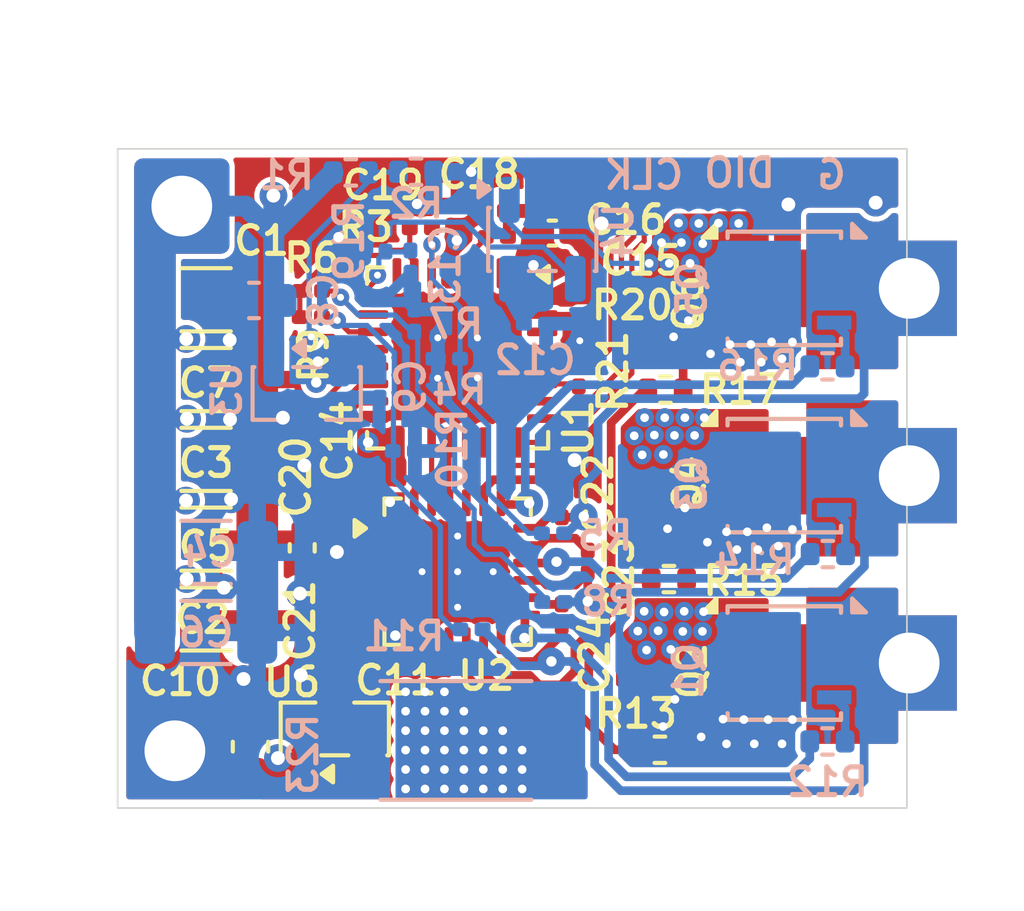
<source format=kicad_pcb>
(kicad_pcb (version 20241229) (generator "pcbnew") (generator_version "9.0")
  (layers (0 "F.Cu" signal) (4 "In1.Cu" signal) (6 "In2.Cu" signal) (2 "B.Cu" signal) (13 "F.Paste" user) (15 "B.Paste" user) (5 "F.SilkS" user "F.Silkscreen") (7 "B.SilkS" user "B.Silkscreen") (1 "F.Mask" user) (3 "B.Mask" user) (25 "Edge.Cuts" user))
  (net 0 "")
  (net 1 "GND")
  (net 2 "+BATT")
  (net 12 "+3.3V")
  (net 13 "+5V")
  (net 14 "/MOTORA")
  (net 15 "/MOSFET_SOURCE")
  (net 16 "/MOTORB")
  (net 17 "/GHB_R")
  (net 18 "/GHC_R")
  (net 19 "/MOTORC")
  (net 20 "/VOLTSENSE")
  (net 21 "/BEMF_COMMON")
  (net 22 "/BEMFA")
  (net 23 "/BEMFB")
  (net 24 "/BEMFC")
  (net 25 "/GHA")
  (net 26 "/GLA")
  (net 27 "/GHB")
  (net 28 "/GLB")
  (net 29 "/GHC")
  (net 30 "/GLC")
  (net 31 "/CURRENT")
  (net 32 "Net-(U1-NRST)")
  (net 33 "Net-(R19-Pad1)")
  (net 34 "/BOOT0")
  (net 35 "/BLOW")
  (net 36 "/ALOW")
  (net 37 "Net-(U1-PB4)")
  (net 38 "/SIGNAL_INPUT")
  (net 39 "/CHIGH")
  (net 40 "/TELEMETRY")
  (net 41 "/SWCLK")
  (net 42 "/CLOW")
  (net 43 "/AHIGH")
  (net 44 "/BHIGH")
  (net 45 "/SWDIO")
  (net 46 "/TELEMETRX")
  (net 47 "/BOOSTA")
  (net 48 "/BOOSTB")
  (net 49 "/BOOSTC")
  (net 50 "/GHA_R")
  (net 51 "/GLC_R")
  (net 52 "/GLB_R")
  (net 53 "/GLA_R")
  (footprint "Resistor_SMD:R_0402_1005Metric" (layer "F.Cu") (at 122.38 165.17)
    (property "Reference" "R13")
    (property "Value" "20")
  )
  (footprint "Capacitor_SMD:C_0201_0603Metric" (layer "F.Cu") (at 120.3 159.75 90)
    (property "Reference" "C23")
    (property "Value" "1u")
  )
  (footprint "Capacitor_SMD:C_0201_0603Metric" (layer "F.Cu") (at 112.9 160.6 90)
    (property "Reference" "C21")
    (property "Value" "100n")
  )
  (footprint "Connector_Wire:SolderWirePad_1x01_SMD_1x2mm" (layer "F.Cu") (at 119.6 148.6 90)
    (property "Reference" "J1" (hide yes))
    (property "Value" "Conn_01x01_Pin")
  )
  (footprint "Package_SO:Vishay_PowerPAK_1212-8_Single" (layer "F.Cu") (at 125.965 162.67)
    (property "Reference" "Q2")
    (property "Value" "SQS140ELNW-T1_GE3")
  )
  (footprint "Resistor_SMD:R_0201_0603Metric" (layer "F.Cu") (at 115.49 150.14)
    (property "Reference" "R3")
    (property "Value" "10K")
  )
  (footprint "Capacitor_SMD:C_0201_0603Metric" (layer "F.Cu") (at 116.55 149.78 -90)
    (property "Reference" "C19")
    (property "Value" "10n")
  )
  (footprint "Resistor_SMD:R_0402_1005Metric" (layer "F.Cu") (at 122.64 160.25)
    (property "Reference" "R15")
    (property "Value" "20")
  )
  (footprint "Custom:QFN-32-1EP_5x5mm_P0.5mm_EP3.45x3.45mm-Custom" (layer "F.Cu") (at 116.55 153.875 -90)
    (property "Reference" "U1")
    (property "Value" "STM32F051K8Ux")
  )
  (footprint "Capacitor_SMD:C_1206_3216Metric" (layer "F.Cu") (at 109.3 156.8)
    (property "Reference" "C3")
    (property "Value" "47uF25V")
  )
  (footprint "Capacitor_SMD:C_0201_0603Metric" (layer "F.Cu") (at 117.625 149.64)
    (property "Reference" "C18")
    (property "Value" "1u")
  )
  (footprint "Package_TO_SOT_SMD:SOT-23" (layer "F.Cu") (at 113.01 164.57 90)
    (property "Reference" "U6")
    (property "Value" "AP7381-50SA-7")
  )
  (footprint "Custom:EscBatteryConnector" (layer "F.Cu") (at 108.4 165.2)
    (property "Reference" "J6" (hide yes))
    (property "Value" "Conn_01x01_Pin")
  )
  (footprint "Capacitor_SMD:C_1206_3216Metric" (layer "F.Cu") (at 109.3 159.1)
    (property "Reference" "C5")
    (property "Value" "47uF25V")
  )
  (footprint "Connector_Wire:SolderWirePad_1x01_SMD_1x2mm" (layer "F.Cu") (at 122.2 148.6 90)
    (property "Reference" "J3" (hide yes))
    (property "Value" "Conn_01x01_Pin")
  )
  (footprint "Capacitor_SMD:C_0201_0603Metric" (layer "F.Cu") (at 113.59 162.28 180)
    (property "Reference" "C11")
    (property "Value" "1u")
  )
  (footprint "Capacitor_SMD:C_0201_0603Metric" (layer "F.Cu") (at 119.55 158.15 90)
    (property "Reference" "C22")
    (property "Value" "1u")
  )
  (footprint "Resistor_SMD:R_0201_0603Metric" (layer "F.Cu") (at 120.13747 152.391177 -90)
    (property "Reference" "R20")
    (property "Value" "10K")
  )
  (footprint "Resistor_SMD:R_0201_0603Metric" (layer "F.Cu") (at 112.32 152.7)
    (property "Reference" "R9")
    (property "Value" "10K")
  )
  (footprint "Resistor_SMD:R_0201_0603Metric" (layer "F.Cu") (at 120.040521 154.378794 -90)
    (property "Reference" "R21")
    (property "Value" "1K")
  )
  (footprint "Resistor_SMD:R_0201_0603Metric" (layer "F.Cu") (at 112.323826 151.945209)
    (property "Reference" "R6")
    (property "Value" "10K")
  )
  (footprint "Package_SO:Vishay_PowerPAK_1212-8_Single" (layer "F.Cu") (at 125.965 157.27)
    (property "Reference" "Q4")
    (property "Value" "SQS140ELNW-T1_GE3")
  )
  (footprint "Connector_Wire:SolderWirePad_1x01_SMD_1x2mm" (layer "F.Cu") (at 124.8 148.6 90)
    (property "Reference" "J2" (hide yes))
    (property "Value" "Conn_01x01_Pin")
  )
  (footprint "Capacitor_SMD:C_0603_1608Metric" (layer "F.Cu") (at 110.58 165.08 90)
    (property "Reference" "C10")
    (property "Value" "1uF25V")
  )
  (footprint "Custom:VQFN-24-1EP_4x4mm_P0.5mm_EP2.45x2.45mm_ThermalVias-Custom" (layer "F.Cu") (at 116.55 160.0375)
    (property "Reference" "U2")
    (property "Value" "DRV8300DRGE")
  )
  (footprint "Capacitor_SMD:C_0201_0603Metric" (layer "F.Cu") (at 114.205 157.375)
    (property "Reference" "C14")
    (property "Value" "100n")
  )
  (footprint "Resistor_SMD:R_0402_1005Metric" (layer "F.Cu") (at 122.54 154.79)
    (property "Reference" "R17")
    (property "Value" "20")
  )
  (footprint "Package_SO:Vishay_PowerPAK_1212-8_Single" (layer "F.Cu") (at 125.965 151.87)
    (property "Reference" "Q6")
    (property "Value" "SQS140ELNW-T1_GE3")
  )
  (footprint "Capacitor_SMD:C_1206_3216Metric" (layer "F.Cu") (at 109.3 152.2)
    (property "Reference" "C1")
    (property "Value" "47uF25V")
  )
  (footprint "Capacitor_SMD:C_0201_0603Metric" (layer "F.Cu") (at 117.68 150.39)
    (property "Reference" "C17" (hide yes))
    (property "Value" "100n")
  )
  (footprint "Capacitor_SMD:C_1206_3216Metric" (layer "F.Cu") (at 109.3 161.4)
    (property "Reference" "C2")
    (property "Value" "47uF25V")
  )
  (footprint "Connector_Wire:SolderWirePad_1x01_SMD_1x2mm" (layer "F.Cu") (at 127.34 148.62 90)
    (property "Reference" "J4" (hide yes))
    (property "Value" "Conn_01x01_Pin")
  )
  (footprint "Capacitor_SMD:C_0201_0603Metric" (layer "F.Cu") (at 119.992362 151.081309 180)
    (property "Reference" "C15")
    (property "Value" "100n")
  )
  (footprint "Capacitor_SMD:C_0402_1005Metric" (layer "F.Cu") (at 112.07 159.35 -90)
    (property "Reference" "C20")
    (property "Value" "10u")
  )
  (footprint "Capacitor_SMD:C_0201_0603Metric" (layer "F.Cu") (at 119.55 161.3 90)
    (property "Reference" "C24")
    (property "Value" "1u")
  )
  (footprint "Capacitor_SMD:C_0402_1005Metric" (layer "F.Cu") (at 119.280165 150.278087 180)
    (property "Reference" "C16")
    (property "Value" "10u")
  )
  (footprint "Capacitor_SMD:C_1206_3216Metric" (layer "F.Cu") (at 109.3 154.5)
    (property "Reference" "C7")
    (property "Value" "47uF25V")
  )
  (footprint "Custom:EscMotorConnector" (layer "F.Cu") (at 129.565 162.67 90)
    (property "Reference" "J10" (hide yes))
    (property "Value" "Conn_01x03_Pin")
  )
  (footprint "Resistor_SMD:R_2512_6332Metric" (layer "B.Cu") (at 116.5 164.9 180)
    (property "Reference" "R23")
    (property "Value" "0.001")
  )
  (footprint "Resistor_SMD:R_0201_0603Metric" (layer "B.Cu") (at 119.3 158.93)
    (property "Reference" "R5")
    (property "Value" "10K")
  )
  (footprint "Resistor_SMD:R_0402_1005Metric" (layer "B.Cu") (at 115.35 148.51)
    (property "Reference" "R2")
    (property "Value" "10K")
  )
  (footprint "Resistor_SMD:R_0201_0603Metric" (layer "B.Cu") (at 119.31 160.91)
    (property "Reference" "R8")
    (property "Value" "10K")
  )
  (footprint "Resistor_SMD:R_0402_1005Metric" (layer "B.Cu") (at 127.21 164.93)
    (property "Reference" "R12")
    (property "Value" "20")
  )
  (footprint "Capacitor_SMD:C_1206_3216Metric" (layer "B.Cu") (at 109.3 159.48)
    (property "Reference" "C4")
    (property "Value" "47uF25V")
  )
  (footprint "Capacitor_SMD:C_0201_0603Metric" (layer "B.Cu") (at 118.78 152.89)
    (property "Reference" "C12")
    (property "Value" "100n")
  )
  (footprint "Resistor_SMD:R_0402_1005Metric" (layer "B.Cu") (at 113.47 148.53)
    (property "Reference" "R1")
    (property "Value" "100K")
  )
  (footprint "Package_SO:Vishay_PowerPAK_1212-8_Single" (layer "B.Cu") (at 125.965 162.67 180)
    (property "Reference" "Q1")
    (property "Value" "SQS140ELNW-T1_GE3")
  )
  (footprint "Package_TO_SOT_SMD:SOT-23-5" (layer "B.Cu") (at 118.99 150.46 -90)
    (property "Reference" "U4")
    (property "Value" "INA180B1")
  )
  (footprint "Resistor_SMD:R_0201_0603Metric" (layer "B.Cu") (at 116.95 161.7)
    (property "Reference" "R11")
    (property "Value" "10K")
  )
  (footprint "Resistor_SMD:R_0201_0603Metric" (layer "B.Cu") (at 116.3 153.9 180)
    (property "Reference" "R4")
    (property "Value" "1K")
  )
  (footprint "Capacitor_SMD:C_0603_1608Metric" (layer "B.Cu") (at 110.68 152.22 180)
    (property "Reference" "C8")
    (property "Value" "1uF25V")
  )
  (footprint "Resistor_SMD:R_0201_0603Metric" (layer "B.Cu") (at 115.3 152.8 90)
    (property "Reference" "R7")
    (property "Value" "1K")
  )
  (footprint "Resistor_SMD:R_0201_0603Metric" (layer "B.Cu") (at 115 156.56)
    (property "Reference" "R10")
    (property "Value" "1K")
  )
  (footprint "Package_TO_SOT_SMD:SOT-23" (layer "B.Cu") (at 112.2 154.9 -90)
    (property "Reference" "U3")
    (property "Value" "AP7381-33SA-7")
  )
  (footprint "Capacitor_SMD:C_0201_0603Metric" (layer "B.Cu") (at 115.19 151.1 90)
    (property "Reference" "C13")
    (property "Value" "100n")
  )
  (footprint "Package_SO:Vishay_PowerPAK_1212-8_Single" (layer "B.Cu") (at 125.965 157.27 180)
    (property "Reference" "Q3")
    (property "Value" "SQS140ELNW-T1_GE3")
  )
  (footprint "Capacitor_SMD:C_1206_3216Metric" (layer "B.Cu") (at 109.3 161.79)
    (property "Reference" "C6")
    (property "Value" "47uF25V")
  )
  (footprint "Resistor_SMD:R_0402_1005Metric" (layer "B.Cu") (at 127.22 159.53)
    (property "Reference" "R14")
    (property "Value" "20")
  )
  (footprint "Package_SO:Vishay_PowerPAK_1212-8_Single" (layer "B.Cu") (at 125.965 151.87 180)
    (property "Reference" "Q5")
    (property "Value" "SQS140ELNW-T1_GE3")
  )
  (footprint "Resistor_SMD:R_0402_1005Metric" (layer "B.Cu") (at 127.21 154.12)
    (property "Reference" "R16")
    (property "Value" "20")
  )
  (footprint "Capacitor_SMD:C_0201_0603Metric" (layer "B.Cu") (at 114.3 154.7 -90)
    (property "Reference" "C9")
    (property "Value" "1u")
  )
  (footprint "Custom:EscBatteryConnector" (layer "B.Cu") (at 108.6 149.5)
    (property "Reference" "J5" (hide yes))
    (property "Value" "Conn_01x01_Pin")
  )
  (footprint "Resistor_SMD:R_0201_0603Metric" (layer "B.Cu") (at 114.47 150.49 -90)
    (property "Reference" "R19")
    (property "Value" "1K")
  )
  (gr_rect (start 106.75 147.85) (end 129.5 166.85) (stroke (width 0.05)) (fill no) (layer "Edge.Cuts"))
  (gr_text "G" (at 127.826461 149.061265 0) (layer "B.SilkS") (effects (font (size 0.8 0.8)) (justify left bottom mirror)))
  (gr_text "CLK" (at 123.142544 149.068277 0) (layer "B.SilkS") (effects (font (size 0.8 0.8)) (justify left bottom mirror)))
  (gr_text "DIO" (at 125.786012 149.012182 0) (layer "B.SilkS") (effects (font (size 0.8 0.8)) (justify left bottom mirror)))
  (segment (start 113.885 157.375) (end 113.885 157.499516) (width 0.25) (layer "F.Cu") (net 1))
  (segment (start 126.507432 149.452568) (end 127.34 148.62) (width 0.25) (layer "F.Cu") (net 1))
  (segment (start 117.98 150.42) (end 117.98 149.675) (width 0.25) (layer "F.Cu") (net 1))
  (segment (start 113.885 157.499516) (end 114.410484 158.025) (width 0.25) (layer "F.Cu") (net 1))
  (segment (start 126.082575 149.452568) (end 126.507432 149.452568) (width 0.25) (layer "F.Cu") (net 1))
  (segment (start 114.410484 158.025) (end 114.596389 158.025) (width 0.25) (layer "F.Cu") (net 1))
  (segment (start 110.775 161.4) (end 110.775 152.2) (width 1.2) (layer "F.Cu") (net 1))
  (segment (start 117.98 149.675) (end 117.945 149.64) (width 0.25) (layer "F.Cu") (net 1))
  (via (at 110.38 163.13) (size 0.8) (drill 0.4) (layers "F.Cu" "B.Cu") (net 1))
  (via (at 112.13141 156.975672) (size 0.8) (drill 0.4) (layers "F.Cu" "B.Cu") (net 1))
  (via (at 109.81 160.5) (size 0.8) (drill 0.4) (layers "F.Cu" "B.Cu") (net 1))
  (via (at 128.6 149.4) (size 0.8) (drill 0.4) (layers "F.Cu" "B.Cu") (net 1))
  (via (at 114.75436 161.879518) (size 0.6) (drill 0.3) (layers "F.Cu" "B.Cu") (net 1))
  (via (at 115.97823 153.296466) (size 0.5) (drill 0.2) (layers "F.Cu" "B.Cu") (net 1))
  (via (at 126.082575 149.452568) (size 0.8) (drill 0.4) (layers "F.Cu" "B.Cu") (net 1))
  (via (at 115.974189 154.460155) (size 0.5) (drill 0.2) (layers "F.Cu" "B.Cu") (net 1))
  (via (at 115.38 149.437768) (size 0.6) (drill 0.3) (layers "F.Cu" "B.Cu") (net 1))
  (via (at 113.116232 150.396232) (size 0.6) (drill 0.3) (layers "F.Cu" "B.Cu") (net 1))
  (via (at 113.07 159.47) (size 0.8) (drill 0.4) (layers "F.Cu" "B.Cu") (net 1))
  (via (at 117.121715 153.300507) (size 0.5) (drill 0.2) (layers "F.Cu" "B.Cu") (net 1))
  (via (at 119.922147 156.822147) (size 0.8) (drill 0.4) (layers "F.Cu" "B.Cu") (net 1))
  (via (at 111.513732 155.599911) (size 0.8) (drill 0.4) (layers "F.Cu" "B.Cu") (net 1))
  (via (at 109.98 153.36) (size 0.8) (drill 0.4) (layers "F.Cu" "B.Cu") (net 1))
  (via (at 114.596389 158.025) (size 0.6) (drill 0.3) (layers "F.Cu" "B.Cu") (net 1))
  (via (at 110.02 157.95) (size 0.8) (drill 0.4) (layers "F.Cu" "B.Cu") (net 1))
  (via (at 112.004045 160.668203) (size 0.8) (drill 0.4) (layers "F.Cu" "B.Cu") (net 1))
  (via (at 116.94 148.51) (size 0.6) (drill 0.3) (layers "F.Cu" "B.Cu") (net 1))
  (via (at 120.071342 153.381319) (size 0.5) (drill 0.2) (layers "F.Cu" "B.Cu") (net 1))
  (via (at 109.99 155.65) (size 0.8) (drill 0.4) (layers "F.Cu" "B.Cu") (net 1))
  (via (at 120.7 150) (size 0.8) (drill 0.4) (layers "F.Cu" "B.Cu") (net 1))
  (via (at 117.121715 154.452073) (size 0.5) (drill 0.2) (layers "F.Cu" "B.Cu") (net 1))
  (via (at 112.03 163.02) (size 0.8) (drill 0.4) (layers "F.Cu" "B.Cu") (net 1))
  (segment (start 114.346 152.264) (end 115.19 151.42) (width 0.3) (layer "B.Cu") (net 1))
  (segment (start 120.7 150) (end 120.7 148.9) (width 0.25) (layer "B.Cu") (net 1))
  (segment (start 116.94 148.51) (end 115.86 148.51) (width 0.25) (layer "B.Cu") (net 1))
  (segment (start 120.7 148.9) (end 120.184 148.384) (width 0.25) (layer "B.Cu") (net 1))
  (segment (start 120.184 148.384) (end 117.066 148.384) (width 0.25) (layer "B.Cu") (net 1))
  (segment (start 110.775 161.79) (end 110.775 159.48) (width 1.2) (layer "B.Cu") (net 1))
  (segment (start 113.116232 151.290388) (end 114.089844 152.264) (width 0.3) (layer "B.Cu") (net 1))
  (segment (start 113.116232 150.396232) (end 113.116232 151.290388) (width 0.3) (layer "B.Cu") (net 1))
  (segment (start 114.089844 152.264) (end 114.346 152.264) (width 0.3) (layer "B.Cu") (net 1))
  (segment (start 115.084 152.264) (end 115.3 152.48) (width 0.3) (layer "B.Cu") (net 1))
  (segment (start 117.066 148.384) (end 116.94 148.51) (width 0.25) (layer "B.Cu") (net 1))
  (segment (start 114.089844 152.264) (end 115.084 152.264) (width 0.3) (layer "B.Cu") (net 1))
  (segment (start 111.7125 165.855) (end 112.06 165.5075) (width 0.5) (layer "F.Cu") (net 2))
  (segment (start 111.4675 165.5075) (end 112.06 165.5075) (width 0.5) (layer "F.Cu") (net 2))
  (segment (start 111.37 165.41) (end 111.4675 165.5075) (width 0.5) (layer "F.Cu") (net 2))
  (segment (start 110.58 165.855) (end 111.7125 165.855) (width 0.5) (layer "F.Cu") (net 2))
  (segment (start 107.825 150.275) (end 108.6 149.5) (width 1) (layer "F.Cu") (net 2))
  (segment (start 107.825 161.4) (end 107.825 150.275) (width 1.2) (layer "F.Cu") (net 2))
  (via (at 123.1 158.2) (size 0.55) (drill 0.25) (layers "F.Cu" "B.Cu") (net 2))
  (via (at 124.7 154) (size 0.55) (drill 0.25) (layers "F.Cu" "B.Cu") (net 2))
  (via (at 125.598091 153.412967) (size 0.55) (drill 0.25) (layers "F.Cu" "B.Cu") (net 2))
  (via (at 123.839664 153.758154) (size 0.55) (drill 0.25) (layers "F.Cu" "B.Cu") (net 2))
  (via (at 122.47 164.5) (size 0.55) (drill 0.25) (layers "F.Cu" "B.Cu") (net 2))
  (via (at 126.2 158.8175) (size 0.55) (drill 0.25) (layers "F.Cu" "B.Cu") (net 2))
  (via (at 108.74 160.25) (size 0.8) (drill 0.4) (layers "F.Cu" "B.Cu") (net 2))
  (via (at 122.774737 153.267445) (size 0.55) (drill 0.25) (layers "F.Cu" "B.Cu") (net 2))
  (via (at 111.24 149.2) (size 0.8) (drill 0.4) (layers "F.Cu" "B.Cu") (net 2))
  (via (at 125.1 165) (size 0.55) (drill 0.25) (layers "F.Cu" "B.Cu") (net 2))
  (via (at 125.9 165) (size 0.55) (drill 0.25) (layers "F.Cu" "B.Cu") (net 2))
  (via (at 124.8 164.3) (size 0.55) (drill 0.25) (layers "F.Cu" "B.Cu") (net 2))
  (via (at 124.6 159.4) (size 0.55) (drill 0.25) (layers "F.Cu" "B.Cu") (net 2))
  (via (at 123.749542 159.188276) (size 0.55) (drill 0.25) (layers "F.Cu" "B.Cu") (net 2))
  (via (at 125.3 154) (size 0.55) (drill 0.25) (layers "F.Cu" "B.Cu") (net 2))
  (via (at 111.37 165.41) (size 0.8) (drill 0.4) (layers "F.Cu" "B.Cu") (net 2))
  (via (at 126.2 164.3) (size 0.55) (drill 0.25) (layers "F.Cu" "B.Cu") (net 2))
  (via (at 123.57 164.8) (size 0.55) (drill 0.25) (layers "F.Cu" "B.Cu") (net 2))
  (via (at 125.8 159.3) (size 0.55) (drill 0.25) (layers "F.Cu" "B.Cu") (net 2))
  (via (at 125.5 164.3) (size 0.55) (drill 0.25) (layers "F.Cu" "B.Cu") (net 2))
  (via (at 125 153.487502) (size 0.55) (drill 0.25) (layers "F.Cu" "B.Cu") (net 2))
  (via (at 123.2 152.8) (size 0.55) (drill 0.25) (layers "F.Cu" "B.Cu") (net 2))
  (via (at 108.75 155.63) (size 0.8) (drill 0.4) (layers "F.Cu" "B.Cu") (net 2))
  (via (at 125.2 159.4) (size 0.55) (drill 0.25) (layers "F.Cu" "B.Cu") (net 2))
  (via (at 122.813057 163.719125) (size 0.55) (drill 0.25) (layers "F.Cu" "B.Cu") (net 2))
  (via (at 125.9 153.9) (size 0.55) (drill 0.25) (layers "F.Cu" "B.Cu") (net 2))
  (via (at 124.2 164.287502) (size 0.55) (drill 0.25) (layers "F.Cu" "B.Cu") (net 2))
  (via (at 125.463685 158.769799) (size 0.55) (drill 0.25) (layers "F.Cu" "B.Cu") (net 2))
  (via (at 124.3 165) (size 0.55) (drill 0.25) (layers "F.Cu" "B.Cu") (net 2))
  (via (at 124.9 158.887502) (size 0.55) (drill 0.25) (layers "F.Cu" "B.Cu") (net 2))
  (via (at 126.2 153.4175) (size 0.55) (drill 0.25) (layers "F.Cu" "B.Cu") (net 2))
  (via (at 108.73 153.33) (size 0.8) (drill 0.4) (layers "F.Cu" "B.Cu") (net 2))
  (via (at 122.6 158.8) (size 0.55) (drill 0.25) (layers "F.Cu" "B.Cu") (net 2))
  (via (at 124.3 158.887502) (size 0.55) (drill 0.25) (layers "F.Cu" "B.Cu") (net 2))
  (via (at 124.4 153.487502) (size 0.55) (drill 0.25) (layers "F.Cu" "B.Cu") (net 2))
  (via (at 108.72 157.99) (size 0.8) (drill 0.4) (layers "F.Cu" "B.Cu") (net 2))
  (segment (start 111.25 150.24) (end 111.25 149.21) (width 0.6) (layer "B.Cu") (net 2))
  (segment (start 112.96 148.53) (end 112.96 148.64) (width 0.5) (layer "B.Cu") (net 2))
  (segment (start 111.25 150.91) (end 111.25 150.24) (width 0.6) (layer "B.Cu") (net 2))
  (segment (start 111.25 150.31) (end 110.44 149.5) (width 0.6) (layer "B.Cu") (net 2))
  (segment (start 111.25 150.24) (end 112.96 148.53) (width 0.6) (layer "B.Cu") (net 2))
  (segment (start 107.825 161.79) (end 107.825 150.275) (width 1.2) (layer "B.Cu") (net 2))
  (segment (start 111.25 153.9625) (end 111.25 150.91) (width 0.6) (layer "B.Cu") (net 2))
  (segment (start 107.825 150.275) (end 108.6 149.5) (width 1.2) (layer "B.Cu") (net 2))
  (segment (start 111.25 150.91) (end 111.25 150.31) (width 0.6) (layer "B.Cu") (net 2))
  (segment (start 110.44 149.5) (end 108.6 149.5) (width 0.6) (layer "B.Cu") (net 2))
  (segment (start 111.25 149.21) (end 111.24 149.2) (width 0.6) (layer "B.Cu") (net 2))
  (segment (start 118.800165 150.310165) (end 118.800165 150.278087) (width 0.25) (layer "F.Cu") (net 12))
  (segment (start 113.985 156.325) (end 113.97 156.31) (width 0.25) (layer "F.Cu") (net 12))
  (segment (start 118.99 150.5) (end 118.800165 150.310165) (width 0.25) (layer "F.Cu") (net 12))
  (via (at 116.528768 150.488768) (size 0.6) (drill 0.3) (layers "F.Cu" "B.Cu") (net 12))
  (via (at 118.735678 151.205) (size 0.6) (drill 0.3) (layers "F.Cu" "B.Cu") (net 12))
  (via (at 112.525268 153.980348) (size 0.6) (drill 0.3) (layers "F.Cu" "B.Cu") (net 12))
  (via (at 113.97 156.31) (size 0.6) (drill 0.3) (layers "F.Cu" "B.Cu") (net 12))
  (via (at 112.474339 154.583199) (size 0.6) (drill 0.3) (layers "F.Cu" "B.Cu") (net 12))
  (segment (start 113.96 162.33) (end 113.96 161.72972) (width 0.5) (layer "F.Cu") (net 13))
  (segment (start 113.501 161.27072) (end 113.501 160.579708) (width 0.5) (layer "F.Cu") (net 13))
  (segment (start 113.96 163.24) (end 113.96 162.33) (width 0.6) (layer "F.Cu") (net 13))
  (segment (start 113.96 165.5075) (end 113.96 163.24) (width 0.6) (layer "F.Cu") (net 13))
  (segment (start 113.774 161.54372) (end 113.774 160.53128) (width 0.5) (layer "F.Cu") (net 13))
  (segment (start 113.201292 160.28) (end 112.9 160.28) (width 0.5) (layer "F.Cu") (net 13))
  (segment (start 113.501 160.579708) (end 113.201292 160.28) (width 0.5) (layer "F.Cu") (net 13))
  (segment (start 113.96 162.33) (end 113.91 162.28) (width 0.5) (layer "F.Cu") (net 13))
  (segment (start 113.96 163.24) (end 113.96 161.80043) (width 0.6) (layer "F.Cu") (net 13))
  (segment (start 120.073655 158.47) (end 119.55 158.47) (width 0.25) (layer "F.Cu") (net 14))
  (segment (start 118.4875 158.7875) (end 118.839391 158.7875) (width 0.25) (layer "F.Cu") (net 14))
  (segment (start 119.156891 158.47) (end 119.55 158.47) (width 0.25) (layer "F.Cu") (net 14))
  (segment (start 120.099809 158.443846) (end 120.073655 158.47) (width 0.25) (layer "F.Cu") (net 14))
  (segment (start 118.839391 158.7875) (end 119.156891 158.47) (width 0.25) (layer "F.Cu") (net 14))
  (segment (start 120.185934 158.443846) (end 120.099809 158.443846) (width 0.25) (layer "F.Cu") (net 14))
  (via (at 120.185934 158.443846) (size 0.8) (drill 0.3) (layers "F.Cu" "B.Cu") (net 14))
  (segment (start 120.202156 157.498147) (end 120.598147 157.102156) (width 0.25) (layer "B.Cu") (net 14))
  (segment (start 119.69978 158.93) (end 120.185934 158.443846) (width 0.25) (layer "B.Cu") (net 14))
  (segment (start 120.598147 157.102156) (end 120.598147 155.731853) (width 0.25) (layer "B.Cu") (net 14))
  (segment (start 127.9895 152.2) (end 127.4 152.2) (width 0.25) (layer "B.Cu") (net 14))
  (segment (start 128.12 155.05) (end 128.266 154.904) (width 0.25) (layer "B.Cu") (net 14))
  (segment (start 119.62 158.93) (end 119.69978 158.93) (width 0.25) (layer "B.Cu") (net 14))
  (segment (start 120.16 157.5) (end 120.161853 157.498147) (width 0.25) (layer "B.Cu") (net 14))
  (segment (start 120.598147 155.731853) (end 121.28 155.05) (width 0.25) (layer "B.Cu") (net 14))
  (segment (start 120.16 158.417912) (end 120.16 157.5) (width 0.25) (layer "B.Cu") (net 14))
  (segment (start 120.185934 158.443846) (end 120.16 158.417912) (width 0.25) (layer "B.Cu") (net 14))
  (segment (start 128.266 154.904) (end 128.266 152.4765) (width 0.25) (layer "B.Cu") (net 14))
  (segment (start 128.266 152.4765) (end 127.9895 152.2) (width 0.25) (layer "B.Cu") (net 14))
  (segment (start 120.161853 157.498147) (end 120.202156 157.498147) (width 0.25) (layer "B.Cu") (net 14))
  (segment (start 121.28 155.05) (end 128.12 155.05) (width 0.25) (layer "B.Cu") (net 14))
  (via (at 122.22 156.1) (size 0.55) (drill 0.25) (layers "F.Cu" "B.Cu") (net 15))
  (via (at 117.29 165.74) (size 0.55) (drill 0.25) (layers "F.Cu" "B.Cu") (net 15))
  (via (at 123.5 150) (size 0.55) (drill 0.25) (layers "F.Cu" "B.Cu") (net 15))
  (via (at 122.426093 150.552286) (size 0.55) (drill 0.25) (layers "F.Cu" "B.Cu") (net 15))
  (via (at 117.85 164.62) (size 0.55) (drill 0.25) (layers "F.Cu" "B.Cu") (net 15))
  (via (at 122.072 151.15) (size 0.55) (drill 0.25) (layers "F.Cu" "B.Cu") (net 15))
  (via (at 117.85 165.18) (size 0.55) (drill 0.25) (layers "F.Cu" "B.Cu") (net 15))
  (via (at 118.41 166.3) (size 0.55) (drill 0.25) (layers "F.Cu" "B.Cu") (net 15))
  (via (at 117.85 165.74) (size 0.55) (drill 0.25) (layers "F.Cu" "B.Cu") (net 15))
  (via (at 115.61 163.5) (size 0.55) (drill 0.25) (layers "F.Cu" "B.Cu") (net 15))
  (via (at 123.64 161.19) (size 0.55) (drill 0.25) (layers "F.Cu" "B.Cu") (net 15))
  (via (at 117.29 164.62) (size 0.55) (drill 0.25) (layers "F.Cu" "B.Cu") (net 15))
  (via (at 123.08 161.18) (size 0.55) (drill 0.25) (layers "F.Cu" "B.Cu") (net 15))
  (via (at 115.61 164.62) (size 0.55) (drill 0.25) (layers "F.Cu" "B.Cu") (net 15))
  (via (at 122.5 161.2) (size 0.55) (drill 0.25) (layers "F.Cu" "B.Cu") (net 15))
  (via (at 116.73 165.74) (size 0.55) (drill 0.25) (layers "F.Cu" "B.Cu") (net 15))
  (via (at 116.17 165.74) (size 0.55) (drill 0.25) (layers "F.Cu" "B.Cu") (net 15))
  (via (at 124.068554 149.99) (size 0.55) (drill 0.25) (layers "F.Cu" "B.Cu") (net 15))
  (via (at 118.41 165.74) (size 0.55) (drill 0.25) (layers "F.Cu" "B.Cu") (net 15))
  (via (at 123.1 155.6) (size 0.55) (drill 0.25) (layers "F.Cu" "B.Cu") (net 15))
  (via (at 123.605 161.75802) (size 0.55) (drill 0.25) (layers "F.Cu" "B.Cu") (net 15))
  (via (at 117.29 166.3) (size 0.55) (drill 0.25) (layers "F.Cu" "B.Cu") (net 15))
  (via (at 122.8 156.11) (size 0.55) (drill 0.25) (layers "F.Cu" "B.Cu") (net 15))
  (via (at 115.05 164.06) (size 0.55) (drill 0.25) (layers "F.Cu" "B.Cu") (net 15))
  (via (at 115.05 164.62) (size 0.55) (drill 0.25) (layers "F.Cu" "B.Cu") (net 15))
  (via (at 121.938909 155.6) (size 0.55) (drill 0.25) (layers "F.Cu" "B.Cu") (net 15))
  (via (at 116.17 164.62) (size 0.55) (drill 0.25) (layers "F.Cu" "B.Cu") (net 15))
  (via (at 116.73 165.18) (size 0.55) (drill 0.25) (layers "F.Cu" "B.Cu") (net 15))
  (via (at 117.85 166.3) (size 0.55) (drill 0.25) (layers "F.Cu" "B.Cu") (net 15))
  (via (at 121.995576 162.297373) (size 0.55) (drill 0.25) (layers "F.Cu" "B.Cu") (net 15))
  (via (at 116.73 164.62) (size 0.55) (drill 0.25) (layers "F.Cu" "B.Cu") (net 15))
  (via (at 121.927 161.18) (size 0.55) (drill 0.25) (layers "F.Cu" "B.Cu") (net 15))
  (via (at 124.65 150) (size 0.55) (drill 0.25) (layers "F.Cu" "B.Cu") (net 15))
  (via (at 123.615249 150.582227) (size 0.55) (drill 0.25) (layers "F.Cu" "B.Cu") (net 15))
  (via (at 115.61 165.74) (size 0.55) (drill 0.25) (layers "F.Cu" "B.Cu") (net 15))
  (via (at 115.05 165.74) (size 0.55) (drill 0.25) (layers "F.Cu" "B.Cu") (net 15))
  (via (at 117.29 165.18) (size 0.55) (drill 0.25) (layers "F.Cu" "B.Cu") (net 15))
  (via (at 118.41 165.18) (size 0.55) (drill 0.25) (layers "F.Cu" "B.Cu") (net 15))
  (via (at 123 150.55) (size 0.55) (drill 0.25) (layers "F.Cu" "B.Cu") (net 15))
  (via (at 123.25 151.15) (size 0.55) (drill 0.25) (layers "F.Cu" "B.Cu") (net 15))
  (via (at 123.66 155.6) (size 0.55) (drill 0.25) (layers "F.Cu" "B.Cu") (net 15))
  (via (at 123.04 161.76) (size 0.55) (drill 0.25) (layers "F.Cu" "B.Cu") (net 15))
  (via (at 116.17 166.3) (size 0.55) (drill 0.25) (layers "F.Cu" "B.Cu") (net 15))
  (via (at 116.17 164.06) (size 0.55) (drill 0.25) (layers "F.Cu" "B.Cu") (net 15))
  (via (at 123.38 156.11) (size 0.55) (drill 0.25) (layers "F.Cu" "B.Cu") (net 15))
  (via (at 122.52 155.6) (size 0.55) (drill 0.25) (layers "F.Cu" "B.Cu") (net 15))
  (via (at 116.17 165.18) (size 0.55) (drill 0.25) (layers "F.Cu" "B.Cu") (net 15))
  (via (at 116.73 166.3) (size 0.55) (drill 0.25) (layers "F.Cu" "B.Cu") (net 15))
  (via (at 116.17 163.5) (size 0.55) (drill 0.25) (layers "F.Cu" "B.Cu") (net 15))
  (via (at 122.33 161.74) (size 0.55) (drill 0.25) (layers "F.Cu" "B.Cu") (net 15))
  (via (at 115.61 165.18) (size 0.55) (drill 0.25) (layers "F.Cu" "B.Cu") (net 15))
  (via (at 121.743488 161.748739) (size 0.55) (drill 0.25) (layers "F.Cu" "B.Cu") (net 15))
  (via (at 115.05 163.5) (size 0.55) (drill 0.25) (layers "F.Cu" "B.Cu") (net 15))
  (via (at 122.48 156.66) (size 0.55) (drill 0.25) (layers "F.Cu" "B.Cu") (net 15))
  (via (at 115.61 166.3) (size 0.55) (drill 0.25) (layers "F.Cu" "B.Cu") (net 15))
  (via (at 115.61 164.06) (size 0.55) (drill 0.25) (layers "F.Cu" "B.Cu") (net 15))
  (via (at 121.64 156.12) (size 0.55) (drill 0.25) (layers "F.Cu" "B.Cu") (net 15))
  (via (at 121.87 156.67) (size 0.55) (drill 0.25) (layers "F.Cu" "B.Cu") (net 15))
  (via (at 115.05 166.3) (size 0.55) (drill 0.25) (layers "F.Cu" "B.Cu") (net 15))
  (via (at 122.693909 162.278585) (size 0.55) (drill 0.25) (layers "F.Cu" "B.Cu") (net 15))
  (via (at 116.73 164.06) (size 0.55) (drill 0.25) (layers "F.Cu" "B.Cu") (net 15))
  (via (at 122.918554 149.99) (size 0.55) (drill 0.25) (layers "F.Cu" "B.Cu") (net 15))
  (via (at 122.65 151.15) (size 0.55) (drill 0.25) (layers "F.Cu" "B.Cu") (net 15))
  (via (at 115.05 165.18) (size 0.55) (drill 0.25) (layers "F.Cu" "B.Cu") (net 15))
  (segment (start 118.04 149.984999) (end 118.434001 150.379) (width 0.15) (layer "B.Cu") (net 15))
  (segment (start 120.964702 151.15) (end 122.072 151.15) (width 0.15) (layer "B.Cu") (net 15))
  (segment (start 118.04 149.3225) (end 118.04 149.984999) (width 0.15) (layer "B.Cu") (net 15))
  (segment (start 120.193702 150.379) (end 120.964702 151.15) (width 0.15) (layer "B.Cu") (net 15))
  (segment (start 118.434001 150.379) (end 120.193702 150.379) (width 0.15) (layer "B.Cu") (net 15))
  (segment (start 118.4875 160.2875) (end 118.981491 160.2875) (width 0.25) (layer "F.Cu") (net 16))
  (segment (start 118.981491 160.2875) (end 119.119991 160.426) (width 0.25) (layer "F.Cu") (net 16))
  (segment (start 120.3 160.891299) (end 120.3 160.07) (width 0.25) (layer "F.Cu") (net 16))
  (segment (start 119.119991 160.426) (end 119.944 160.426) (width 0.25) (layer "F.Cu") (net 16))
  (segment (start 119.944 160.426) (end 120.3 160.07) (width 0.25) (layer "F.Cu") (net 16))
  (via (at 120.3 160.891299) (size 0.8) (drill 0.3) (layers "F.Cu" "B.Cu") (net 16))
  (segment (start 127.534984 160.63) (end 128.276 159.888984) (width 0.25) (layer "B.Cu") (net 16))
  (segment (start 128.276 157.8865) (end 127.9895 157.6) (width 0.25) (layer "B.Cu") (net 16))
  (segment (start 119.63 160.91) (end 120.281299 160.91) (width 0.25) (layer "B.Cu") (net 16))
  (segment (start 120.561299 160.63) (end 127.534984 160.63) (width 0.25) (layer "B.Cu") (net 16))
  (segment (start 120.3 160.891299) (end 120.561299 160.63) (width 0.25) (layer "B.Cu") (net 16))
  (segment (start 127.9895 157.6) (end 127.4 157.6) (width 0.25) (layer "B.Cu") (net 16))
  (segment (start 120.281299 160.91) (end 120.3 160.891299) (width 0.25) (layer "B.Cu") (net 16))
  (segment (start 128.276 159.888984) (end 128.276 157.8865) (width 0.25) (layer "B.Cu") (net 16))
  (segment (start 127.73 159.53) (end 127.73 158.59) (width 0.25) (layer "B.Cu") (net 17))
  (segment (start 127.73 158.59) (end 127.4 158.26) (width 0.25) (layer "B.Cu") (net 17))
  (segment (start 127.72 163.98) (end 127.4 163.66) (width 0.25) (layer "B.Cu") (net 18))
  (segment (start 127.72 164.93) (end 127.72 163.98) (width 0.25) (layer "B.Cu") (net 18))
  (segment (start 119.55 161.849999) (end 118.919999 162.479999) (width 0.25) (layer "F.Cu") (net 19))
  (segment (start 118.773999 162.626) (end 118.194991 162.626) (width 0.25) (layer "F.Cu") (net 19))
  (segment (start 118.919999 162.479999) (end 118.773999 162.626) (width 0.25) (layer "F.Cu") (net 19))
  (segment (start 118.194991 162.626) (end 117.8 162.231009) (width 0.25) (layer "F.Cu") (net 19))
  (segment (start 118.919999 162.479999) (end 119.107701 162.479999) (width 0.25) (layer "F.Cu") (net 19))
  (segment (start 119.107701 162.479999) (end 119.252702 162.625) (width 0.25) (layer "F.Cu") (net 19))
  (segment (start 119.55 161.62) (end 119.55 161.849999) (width 0.25) (layer "F.Cu") (net 19))
  (segment (start 117.8 162.231009) (end 117.8 161.975) (width 0.25) (layer "F.Cu") (net 19))
  (via (at 119.252702 162.625) (size 0.8) (drill 0.3) (layers "F.Cu" "B.Cu") (net 19))
  (segment (start 128.266 163.121) (end 128.266 166.059) (width 0.25) (layer "B.Cu") (net 19))
  (segment (start 128.266 166.059) (end 127.975 166.35) (width 0.25) (layer "B.Cu") (net 19))
  (segment (start 119.825 162.625) (end 119.252702 162.625) (width 0.25) (layer "B.Cu") (net 19))
  (segment (start 127.975 166.35) (end 121.25 166.35) (width 0.25) (layer "B.Cu") (net 19))
  (segment (start 118.32 162.75) (end 119.127702 162.75) (width 0.25) (layer "B.Cu") (net 19))
  (segment (start 128.145 163) (end 128.266 163.121) (width 0.25) (layer "B.Cu") (net 19))
  (segment (start 119.127702 162.75) (end 119.252702 162.625) (width 0.25) (layer "B.Cu") (net 19))
  (segment (start 127.4 163) (end 128.145 163) (width 0.25) (layer "B.Cu") (net 19))
  (segment (start 120.5 163.3) (end 119.825 162.625) (width 0.25) (layer "B.Cu") (net 19))
  (segment (start 117.27 161.7) (end 118.32 162.75) (width 0.25) (layer "B.Cu") (net 19))
  (segment (start 121.25 166.35) (end 120.5 165.6) (width 0.25) (layer "B.Cu") (net 19))
  (segment (start 120.5 165.6) (end 120.5 163.3) (width 0.25) (layer "B.Cu") (net 19))
  (segment (start 112.945358 153.257358) (end 112.339609 153.257358) (width 0.15) (layer "F.Cu") (net 20))
  (segment (start 114.1 153.625) (end 113.313 153.625) (width 0.15) (layer "F.Cu") (net 20))
  (segment (start 113.313 153.625) (end 112.945358 153.257358) (width 0.15) (layer "F.Cu") (net 20))
  (segment (start 112.339609 153.257358) (end 112.328866 153.268101) (width 0.15) (layer "F.Cu") (net 20))
  (via (at 112.328866 153.268101) (size 0.5) (drill 0.2) (layers "F.Cu" "B.Cu") (net 20))
  (segment (start 112.27 150.5) (end 113.98 148.79) (width 0.15) (layer "B.Cu") (net 20))
  (segment (start 114.83 148.52) (end 114.84 148.51) (width 0.15) (layer "B.Cu") (net 20))
  (segment (start 113.98 148.79) (end 113.98 148.53) (width 0.15) (layer "B.Cu") (net 20))
  (segment (start 113.98 148.53) (end 113.99 148.52) (width 0.15) (layer "B.Cu") (net 20))
  (segment (start 113.99 148.52) (end 114.83 148.52) (width 0.15) (layer "B.Cu") (net 20))
  (segment (start 112.377495 153.257358) (end 112.27 153.149863) (width 0.15) (layer "B.Cu") (net 20))
  (segment (start 112.27 153.149863) (end 112.27 150.5) (width 0.15) (layer "B.Cu") (net 20))
  (segment (start 112 152.01) (end 112.003826 152.006174) (width 0.15) (layer "F.Cu") (net 21))
  (segment (start 115.3 151.090268) (end 115.3 151.4375) (width 0.15) (layer "F.Cu") (net 21))
  (segment (start 112.003826 151.891405) (end 112.972999 150.922232) (width 0.15) (layer "F.Cu") (net 21))
  (segment (start 112.003826 151.945209) (end 112.003826 151.891405) (width 0.15) (layer "F.Cu") (net 21))
  (segment (start 115.17 150.587732) (end 115.17 150.14) (width 0.15) (layer "F.Cu") (net 21))
  (segment (start 114.983732 150.774) (end 115.17 150.587732) (width 0.15) (layer "F.Cu") (net 21))
  (segment (start 112.972999 150.922232) (end 114.468036 150.922232) (width 0.15) (layer "F.Cu") (net 21))
  (segment (start 114.468036 150.922232) (end 114.616268 150.774) (width 0.15) (layer "F.Cu") (net 21))
  (segment (start 112 152.7) (end 112 152.01) (width 0.15) (layer "F.Cu") (net 21))
  (segment (start 114.983732 150.774) (end 115.3 151.090268) (width 0.15) (layer "F.Cu") (net 21))
  (segment (start 112.003826 152.006174) (end 112.003826 151.945209) (width 0.15) (layer "F.Cu") (net 21))
  (segment (start 114.616268 150.774) (end 114.983732 150.774) (width 0.15) (layer "F.Cu") (net 21))
  (segment (start 115.81 151.415) (end 115.8 151.425) (width 0.15) (layer "F.Cu") (net 22))
  (segment (start 115.81 150.14) (end 115.81 151.415) (width 0.15) (layer "F.Cu") (net 22))
  (via (at 115.81 150.608417) (size 0.5) (drill 0.2) (layers "F.Cu" "B.Cu") (net 22))
  (segment (start 118.593999 158.93) (end 117.441774 157.777775) (width 0.15) (layer "B.Cu") (net 22))
  (segment (start 116.62 152.42) (end 116.62 153.9) (width 0.15) (layer "B.Cu") (net 22))
  (segment (start 115.8 150.618417) (end 115.8 151.6) (width 0.15) (layer "B.Cu") (net 22))
  (segment (start 115.81 150.608417) (end 115.8 150.618417) (width 0.15) (layer "B.Cu") (net 22))
  (segment (start 115.8 151.6) (end 116.62 152.42) (width 0.15) (layer "B.Cu") (net 22))
  (segment (start 118.98 158.93) (end 118.593999 158.93) (width 0.15) (layer "B.Cu") (net 22))
  (segment (start 117.441774 155.835507) (end 116.620682 155.014415) (width 0.15) (layer "B.Cu") (net 22))
  (segment (start 116.620682 155.014415) (end 116.620682 153.900682) (width 0.15) (layer "B.Cu") (net 22))
  (segment (start 116.620682 153.900682) (end 116.62 153.9) (width 0.15) (layer "B.Cu") (net 22))
  (segment (start 117.441774 157.777775) (end 117.441774 155.835507) (width 0.15) (layer "B.Cu") (net 22))
  (segment (start 113.176013 152.129401) (end 113.671612 152.625) (width 0.15) (layer "F.Cu") (net 23))
  (segment (start 113.176013 152.129401) (end 112.996612 151.95) (width 0.15) (layer "F.Cu") (net 23))
  (segment (start 112.648617 151.95) (end 112.643826 151.945209) (width 0.15) (layer "F.Cu") (net 23))
  (segment (start 113.671612 152.625) (end 114.1 152.625) (width 0.15) (layer "F.Cu") (net 23))
  (segment (start 112.996612 151.95) (end 112.648617 151.95) (width 0.15) (layer "F.Cu") (net 23))
  (via (at 113.176013 152.129401) (size 0.5) (drill 0.2) (layers "F.Cu" "B.Cu") (net 23))
  (segment (start 113.176013 152.129401) (end 113.326441 152.279829) (width 0.15) (layer "B.Cu") (net 23))
  (segment (start 117.026 158.24664) (end 117.026 159.236666) (width 0.15) (layer "B.Cu") (net 23))
  (segment (start 117.026 159.236666) (end 117.327834 159.5385) (width 0.15) (layer "B.Cu") (net 23))
  (segment (start 113.326441 152.279829) (end 113.329829 152.279829) (width 0.15) (layer "B.Cu") (net 23))
  (segment (start 116.463418 157.684058) (end 117.026 158.24664) (width 0.15) (layer "B.Cu") (net 23))
  (segment (start 113.329829 152.279829) (end 113.69 152.64) (width 0.15) (layer "B.Cu") (net 23))
  (segment (start 113.69 152.64) (end 114.74 152.64) (width 0.15) (layer "B.Cu") (net 23))
  (segment (start 118.99 160.729954) (end 118.99 160.91) (width 0.15) (layer "B.Cu") (net 23))
  (segment (start 116.463418 155.856933) (end 116.463418 157.684058) (width 0.15) (layer "B.Cu") (net 23))
  (segment (start 115.4 154.793515) (end 116.463418 155.856933) (width 0.15) (layer "B.Cu") (net 23))
  (segment (start 117.327834 159.5385) (end 117.798546 159.5385) (width 0.15) (layer "B.Cu") (net 23))
  (segment (start 115.4 153.3) (end 115.4 154.793515) (width 0.15) (layer "B.Cu") (net 23))
  (segment (start 114.74 152.64) (end 115.4 153.3) (width 0.15) (layer "B.Cu") (net 23))
  (segment (start 117.798546 159.5385) (end 118.99 160.729954) (width 0.15) (layer "B.Cu") (net 23))
  (segment (start 113.414605 153.125) (end 114.1 153.125) (width 0.15) (layer "F.Cu") (net 24))
  (segment (start 112.989605 152.7) (end 112.64 152.7) (width 0.15) (layer "F.Cu") (net 24))
  (segment (start 113.083084 152.79348) (end 113.414605 153.125) (width 0.15) (layer "F.Cu") (net 24))
  (segment (start 113.083084 152.79348) (end 112.989605 152.7) (width 0.15) (layer "F.Cu") (net 24))
  (via (at 113.083084 152.79348) (size 0.5) (drill 0.2) (layers "F.Cu" "B.Cu") (net 24))
  (segment (start 116.051 158.735734) (end 116.051 161.306262) (width 0.15) (layer "B.Cu") (net 24))
  (segment (start 114.7 155.313804) (end 114.7 157.384734) (width 0.15) (layer "B.Cu") (net 24))
  (segment (start 116.051 161.306262) (end 116.444738 161.7) (width 0.15) (layer "B.Cu") (net 24))
  (segment (start 113.941 152.941) (end 114.726 153.726) (width 0.15) (layer "B.Cu") (net 24))
  (segment (start 113.230604 152.941) (end 113.941 152.941) (width 0.15) (layer "B.Cu") (net 24))
  (segment (start 114.7 157.384734) (end 116.051 158.735734) (width 0.15) (layer "B.Cu") (net 24))
  (segment (start 113.083084 152.79348) (end 113.230604 152.941) (width 0.15) (layer "B.Cu") (net 24))
  (segment (start 116.444738 161.7) (end 116.63 161.7) (width 0.15) (layer "B.Cu") (net 24))
  (segment (start 114.726 155.287804) (end 114.7 155.313804) (width 0.15) (layer "B.Cu") (net 24))
  (segment (start 114.726 153.726) (end 114.726 155.287804) (width 0.15) (layer "B.Cu") (net 24))
  (segment (start 118.536936 158.0615) (end 118.498436 158.1) (width 0.25) (layer "F.Cu") (net 25))
  (segment (start 118.610797 158.0615) (end 118.536936 158.0615) (width 0.25) (layer "F.Cu") (net 25))
  (segment (start 118.498436 158.1) (end 117.8 158.1) (width 0.25) (layer "F.Cu") (net 25))
  (via (at 118.610797 158.0615) (size 0.8) (drill 0.3) (layers "F.Cu" "B.Cu") (net 25))
  (segment (start 118.5 157.950703) (end 118.5 155.96) (width 0.25) (layer "B.Cu") (net 25))
  (segment (start 118.5 155.96) (end 119.811 154.649) (width 0.25) (layer "B.Cu") (net 25))
  (segment (start 118.610797 158.0615) (end 118.5 157.950703) (width 0.25) (layer "B.Cu") (net 25))
  (segment (start 126.171 154.649) (end 126.7 154.12) (width 0.25) (layer "B.Cu") (net 25))
  (segment (start 119.811 154.649) (end 126.171 154.649) (width 0.25) (layer "B.Cu") (net 25))
  (segment (start 117.934057 163.027001) (end 117.3 162.392944) (width 0.25) (layer "F.Cu") (net 26))
  (segment (start 117.3 162.392944) (end 117.3 161.975) (width 0.25) (layer "F.Cu") (net 26))
  (segment (start 122.03 154.79) (end 121.93 154.79) (width 0.25) (layer "F.Cu") (net 26))
  (segment (start 118.901 163.301) (end 118.627001 163.027001) (width 0.25) (layer "F.Cu") (net 26))
  (segment (start 119.928702 162.905009) (end 119.532711 163.301) (width 0.25) (layer "F.Cu") (net 26))
  (segment (start 119.532711 163.301) (end 118.901 163.301) (width 0.25) (layer "F.Cu") (net 26))
  (segment (start 119.928702 162.218606) (end 119.928702 162.905009) (width 0.25) (layer "F.Cu") (net 26))
  (segment (start 120.976 161.171308) (end 119.928702 162.218606) (width 0.25) (layer "F.Cu") (net 26))
  (segment (start 118.627001 163.027001) (end 117.934057 163.027001) (width 0.25) (layer "F.Cu") (net 26))
  (segment (start 120.976 155.744) (end 120.976 161.171308) (width 0.25) (layer "F.Cu") (net 26))
  (segment (start 121.93 154.79) (end 120.976 155.744) (width 0.25) (layer "F.Cu") (net 26))
  (segment (start 119.3625 159.7875) (end 119.4 159.75) (width 0.25) (layer "F.Cu") (net 27))
  (segment (start 118.4875 159.7875) (end 119.3625 159.7875) (width 0.25) (layer "F.Cu") (net 27))
  (via (at 119.4 159.75) (size 0.8) (drill 0.3) (layers "F.Cu" "B.Cu") (net 27))
  (segment (start 126.011 160.229) (end 120.845009 160.229) (width 0.25) (layer "B.Cu") (net 27))
  (segment (start 120.845009 160.229) (end 120.366009 159.75) (width 0.25) (layer "B.Cu") (net 27))
  (segment (start 126.71 159.53) (end 126.011 160.229) (width 0.25) (layer "B.Cu") (net 27))
  (segment (start 120.366009 159.75) (end 119.4 159.75) (width 0.25) (layer "B.Cu") (net 27))
  (segment (start 118.7349 163.702) (end 118.460901 163.428001) (width 0.25) (layer "F.Cu") (net 28))
  (segment (start 120.329702 163.071109) (end 119.698811 163.702) (width 0.25) (layer "F.Cu") (net 28))
  (segment (start 120.329702 162.384706) (end 120.329702 163.071109) (width 0.25) (layer "F.Cu") (net 28))
  (segment (start 121.377 160.42) (end 121.377 161.337408) (width 0.25) (layer "F.Cu") (net 28))
  (segment (start 121.547 160.25) (end 121.377 160.42) (width 0.25) (layer "F.Cu") (net 28))
  (segment (start 118.460901 163.428001) (end 117.767957 163.428001) (width 0.25) (layer "F.Cu") (net 28))
  (segment (start 122.13 160.25) (end 121.547 160.25) (width 0.25) (layer "F.Cu") (net 28))
  (segment (start 121.377 161.337408) (end 120.329702 162.384706) (width 0.25) (layer "F.Cu") (net 28))
  (segment (start 116.8 162.460044) (end 116.8 161.975) (width 0.25) (layer "F.Cu") (net 28))
  (segment (start 119.698811 163.702) (end 118.7349 163.702) (width 0.25) (layer "F.Cu") (net 28))
  (segment (start 117.767957 163.428001) (end 116.8 162.460044) (width 0.25) (layer "F.Cu") (net 28))
  (segment (start 118.4875 161.2875) (end 118.4875 161.9375) (width 0.25) (layer "F.Cu") (net 29))
  (segment (start 118.4875 161.9375) (end 118.475 161.95) (width 0.25) (layer "F.Cu") (net 29))
  (via (at 118.475 161.95) (size 0.8) (drill 0.3) (layers "F.Cu" "B.Cu") (net 29))
  (segment (start 118.971693 161.95) (end 118.972693 161.949) (width 0.25) (layer "B.Cu") (net 29))
  (segment (start 126.2 165.925) (end 126.7 165.425) (width 0.25) (layer "B.Cu") (net 29))
  (segment (start 120.901 163.1339) (end 120.901 165.4339) (width 0.25) (layer "B.Cu") (net 29))
  (segment (start 126.2 165.949) (end 126.2 165.925) (width 0.25) (layer "B.Cu") (net 29))
  (segment (start 121.4161 165.949) (end 126.2 165.949) (width 0.25) (layer "B.Cu") (net 29))
  (segment (start 118.972693 161.949) (end 119.7161 161.949) (width 0.25) (layer "B.Cu") (net 29))
  (segment (start 118.475 161.95) (end 118.971693 161.95) (width 0.25) (layer "B.Cu") (net 29))
  (segment (start 126.7 165.425) (end 126.7 164.93) (width 0.25) (layer "B.Cu") (net 29))
  (segment (start 119.7161 161.949) (end 120.901 163.1339) (width 0.25) (layer "B.Cu") (net 29))
  (segment (start 120.901 165.4339) (end 121.4161 165.949) (width 0.25) (layer "B.Cu") (net 29))
  (segment (start 118.5688 164.103) (end 118.294801 163.829001) (width 0.25) (layer "F.Cu") (net 30))
  (segment (start 121.87 165.17) (end 121.07 165.17) (width 0.25) (layer "F.Cu") (net 30))
  (segment (start 116.3 162.527144) (end 116.3 161.975) (width 0.25) (layer "F.Cu") (net 30))
  (segment (start 120.003 164.103) (end 118.5688 164.103) (width 0.25) (layer "F.Cu") (net 30))
  (segment (start 121.07 165.17) (end 120.003 164.103) (width 0.25) (layer "F.Cu") (net 30))
  (segment (start 117.601857 163.829001) (end 116.3 162.527144) (width 0.25) (layer "F.Cu") (net 30))
  (segment (start 118.294801 163.829001) (end 117.601857 163.829001) (width 0.25) (layer "F.Cu") (net 30))
  (segment (start 113.961541 151.838459) (end 113.961541 151.974041) (width 0.15) (layer "F.Cu") (net 31))
  (segment (start 113.961541 151.974041) (end 114.1125 152.125) (width 0.15) (layer "F.Cu") (net 31))
  (segment (start 114.177563 151.553377) (end 114.177563 151.652512) (width 0.15) (layer "F.Cu") (net 31))
  (segment (start 114.000075 151.83) (end 113.97 151.83) (width 0.15) (layer "F.Cu") (net 31))
  (segment (start 114.239891 151.491049) (end 114.177563 151.553377) (width 0.15) (layer "F.Cu") (net 31))
  (segment (start 114.177563 151.652512) (end 114.000075 151.83) (width 0.15) (layer "F.Cu") (net 31))
  (segment (start 113.97 151.83) (end 113.961541 151.838459) (width 0.15) (layer "F.Cu") (net 31))
  (via (at 114.239891 151.491049) (size 0.5) (drill 0.2) (layers "F.Cu" "B.Cu") (net 31))
  (segment (start 115.15 150.82) (end 115.19 150.78) (width 0.15) (layer "B.Cu") (net 31))
  (segment (start 114.239891 151.439822) (end 114.279075 151.400638) (width 0.15) (layer "B.Cu") (net 31))
  (segment (start 114.279075 151.000925) (end 114.47 150.81) (width 0.15) (layer "B.Cu") (net 31))
  (segment (start 114.48 150.82) (end 115.15 150.82) (width 0.15) (layer "B.Cu") (net 31))
  (segment (start 114.47 150.81) (end 114.48 150.82) (width 0.15) (layer "B.Cu") (net 31))
  (segment (start 114.279075 151.400638) (end 114.279075 151.000925) (width 0.15) (layer "B.Cu") (net 31))
  (segment (start 114.239891 151.491049) (end 114.239891 151.439822) (width 0.15) (layer "B.Cu") (net 31))
  (segment (start 116.8 151.425) (end 116.8 150.99) (width 0.15) (layer "F.Cu") (net 32))
  (segment (start 117.34 150.45) (end 117.34 150.42) (width 0.15) (layer "F.Cu") (net 32))
  (segment (start 116.8 150.99) (end 117.34 150.45) (width 0.15) (layer "F.Cu") (net 32))
  (segment (start 119.94 151.5975) (end 119.0225 150.68) (width 0.15) (layer "B.Cu") (net 33))
  (segment (start 117.463877 150.68) (end 116.746645 149.962768) (width 0.15) (layer "B.Cu") (net 33))
  (segment (start 116.746645 149.962768) (end 114.677232 149.962768) (width 0.15) (layer "B.Cu") (net 33))
  (segment (start 119.0225 150.68) (end 117.463877 150.68) (width 0.15) (layer "B.Cu") (net 33))
  (segment (start 114.677232 149.962768) (end 114.47 150.17) (width 0.15) (layer "B.Cu") (net 33))
  (segment (start 120.071177 152.711177) (end 120.13747 152.711177) (width 0.15) (layer "F.Cu") (net 34))
  (segment (start 119 152.625) (end 119.985 152.625) (width 0.15) (layer "F.Cu") (net 34))
  (segment (start 119.985 152.625) (end 120.071177 152.711177) (width 0.15) (layer "F.Cu") (net 34))
  (segment (start 113.128 155.262268) (end 113.765268 154.625) (width 0.15) (layer "F.Cu") (net 35))
  (segment (start 114.6125 159.2875) (end 114.265268 159.2875) (width 0.15) (layer "F.Cu") (net 35))
  (segment (start 113.949 158.749) (end 113.128 157.928) (width 0.15) (layer "F.Cu") (net 35))
  (segment (start 114.265268 159.2875) (end 113.949 158.971232) (width 0.15) (layer "F.Cu") (net 35))
  (segment (start 113.949 158.971232) (end 113.949 158.749) (width 0.15) (layer "F.Cu") (net 35))
  (segment (start 113.765268 154.625) (end 114.1125 154.625) (width 0.15) (layer "F.Cu") (net 35))
  (segment (start 113.128 157.928) (end 113.128 155.262268) (width 0.15) (layer "F.Cu") (net 35))
  (segment (start 113.765268 155.125) (end 114.1125 155.125) (width 0.15) (layer "F.Cu") (net 36))
  (segment (start 113.429 157.612804) (end 113.429 155.461268) (width 0.15) (layer "F.Cu") (net 36))
  (segment (start 113.429 155.461268) (end 113.765268 155.125) (width 0.15) (layer "F.Cu") (net 36))
  (segment (start 114.6125 158.7875) (end 114.603696 158.7875) (width 0.15) (layer "F.Cu") (net 36))
  (segment (start 114.603696 158.7875) (end 113.429 157.612804) (width 0.15) (layer "F.Cu") (net 36))
  (segment (start 119.88758 154.625) (end 119.961374 154.698794) (width 0.15) (layer "F.Cu") (net 37))
  (segment (start 119 154.625) (end 119.88758 154.625) (width 0.15) (layer "F.Cu") (net 37))
  (segment (start 119.961374 154.698794) (end 120.040521 154.698794) (width 0.15) (layer "F.Cu") (net 37))
  (segment (start 121.326 149.740702) (end 121.326 150.259298) (width 0.15) (layer "F.Cu") (net 38))
  (segment (start 119.6 148.6) (end 120.185298 148.6) (width 0.15) (layer "F.Cu") (net 38))
  (segment (start 120.185298 148.6) (end 121.326 149.740702) (width 0.15) (layer "F.Cu") (net 38))
  (segment (start 121.326 150.259298) (end 120.97 150.615298) (width 0.15) (layer "F.Cu") (net 38))
  (segment (start 120.080006 154.098279) (end 120.040521 154.058794) (width 0.15) (layer "F.Cu") (net 38))
  (segment (start 120.97 150.615298) (end 120.97 153.598407) (width 0.15) (layer "F.Cu") (net 38))
  (segment (start 120.470128 154.098279) (end 120.080006 154.098279) (width 0.15) (layer "F.Cu") (net 38))
  (segment (start 120.97 153.598407) (end 120.470128 154.098279) (width 0.15) (layer "F.Cu") (net 38))
  (segment (start 115.3 158.1) (end 115.3 156.3125) (width 0.15) (layer "F.Cu") (net 39))
  (segment (start 118.846428 156.3125) (end 119.182928 155.976) (width 0.15) (layer "F.Cu") (net 41))
  (segment (start 119.182928 155.976) (end 119.483732 155.976) (width 0.15) (layer "F.Cu") (net 41))
  (segment (start 121.627 150.383976) (end 121.627 149.173) (width 0.15) (layer "F.Cu") (net 41))
  (segment (start 121.627 149.173) (end 122.2 148.6) (width 0.15) (layer "F.Cu") (net 41))
  (segment (start 121.271 150.739976) (end 121.627 150.383976) (width 0.15) (layer "F.Cu") (net 41))
  (segment (start 118.3 156.3125) (end 118.846428 156.3125) (width 0.15) (layer "F.Cu") (net 41))
  (segment (start 121.271 154.188732) (end 121.271 150.739976) (width 0.15) (layer "F.Cu") (net 41))
  (segment (start 119.483732 155.976) (end 121.271 154.188732) (width 0.15) (layer "F.Cu") (net 41))
  (segment (start 112.827 158.052678) (end 112.827 154.973001) (width 0.15) (layer "F.Cu") (net 42))
  (segment (start 114.6125 159.7875) (end 114.265268 159.7875) (width 0.15) (layer "F.Cu") (net 42))
  (segment (start 113.648 158.873678) (end 112.827 158.052678) (width 0.15) (layer "F.Cu") (net 42))
  (segment (start 113.675001 154.125) (end 114.1125 154.125) (width 0.15) (layer "F.Cu") (net 42))
  (segment (start 112.827 154.973001) (end 113.675001 154.125) (width 0.15) (layer "F.Cu") (net 42))
  (segment (start 113.648 159.170232) (end 113.648 158.873678) (width 0.15) (layer "F.Cu") (net 42))
  (segment (start 114.265268 159.7875) (end 113.648 159.170232) (width 0.15) (layer "F.Cu") (net 42))
  (segment (start 116.3 158.1) (end 116.3 156.3125) (width 0.15) (layer "F.Cu") (net 43))
  (segment (start 115.8 158.1) (end 115.8 156.3125) (width 0.15) (layer "F.Cu") (net 44))
  (segment (start 118.116268 156.976) (end 118.835955 156.976) (width 0.15) (layer "F.Cu") (net 45))
  (segment (start 117.8 156.659732) (end 118.116268 156.976) (width 0.15) (layer "F.Cu") (net 45))
  (segment (start 119.613168 156.277) (end 121.572 154.318168) (width 0.15) (layer "F.Cu") (net 45))
  (segment (start 121.928 150.252) (end 122.69 149.49) (width 0.15) (layer "F.Cu") (net 45))
  (segment (start 122.69 149.49) (end 123.91 149.49) (width 0.15) (layer "F.Cu") (net 45))
  (segment (start 117.8 156.3125) (end 117.8 156.659732) (width 0.15) (layer "F.Cu") (net 45))
  (segment (start 121.572 150.864654) (end 121.928 150.508654) (width 0.15) (layer "F.Cu") (net 45))
  (segment (start 121.572 154.318168) (end 121.572 150.864654) (width 0.15) (layer "F.Cu") (net 45))
  (segment (start 121.928 150.508654) (end 121.928 150.252) (width 0.15) (layer "F.Cu") (net 45))
  (segment (start 118.835955 156.976) (end 119.534955 156.277) (width 0.15) (layer "F.Cu") (net 45))
  (segment (start 119.534955 156.277) (end 119.613168 156.277) (width 0.15) (layer "F.Cu") (net 45))
  (segment (start 123.91 149.49) (end 124.8 148.6) (width 0.15) (layer "F.Cu") (net 45))
  (segment (start 119.1065 157.3865) (end 117.576001 157.3865) (width 0.25) (layer "F.Cu") (net 47))
  (segment (start 119.55 157.83) (end 119.1065 157.3865) (width 0.25) (layer "F.Cu") (net 47))
  (segment (start 117.3 157.662501) (end 117.3 158.1) (width 0.25) (layer "F.Cu") (net 47))
  (segment (start 117.576001 157.3865) (end 117.3 157.662501) (width 0.25) (layer "F.Cu") (net 47))
  (segment (start 119.944 159.074) (end 120.3 159.43) (width 0.25) (layer "F.Cu") (net 48))
  (segment (start 118.4875 159.2875) (end 118.906491 159.2875) (width 0.25) (layer "F.Cu") (net 48))
  (segment (start 119.119991 159.074) (end 119.944 159.074) (width 0.25) (layer "F.Cu") (net 48))
  (segment (start 118.906491 159.2875) (end 119.119991 159.074) (width 0.25) (layer "F.Cu") (net 48))
  (segment (start 119.117499 160.98) (end 119.55 160.98) (width 0.25) (layer "F.Cu") (net 49))
  (segment (start 118.924999 160.7875) (end 119.117499 160.98) (width 0.25) (layer "F.Cu") (net 49))
  (segment (start 118.4875 160.7875) (end 118.924999 160.7875) (width 0.25) (layer "F.Cu") (net 49))
  (segment (start 127.72 154.12) (end 127.72 153.18) (width 0.25) (layer "B.Cu") (net 50))
  (segment (start 127.72 153.18) (end 127.4 152.86) (width 0.25) (layer "B.Cu") (net 50))
  (segment (start 122.89 165.17) (end 123.02 165.04) (width 0.25) (layer "F.Cu") (net 51))
  (segment (start 123.02 164.29) (end 123.65 163.66) (width 0.25) (layer "F.Cu") (net 51))
  (segment (start 123.02 165.04) (end 123.02 164.29) (width 0.25) (layer "F.Cu") (net 51))
  (segment (start 123.65 163.66) (end 124.53 163.66) (width 0.25) (layer "F.Cu") (net 51))
  (segment (start 123.15 160.25) (end 123.15 159.01) (width 0.25) (layer "F.Cu") (net 52))
  (segment (start 123.15 159.01) (end 123.9 158.26) (width 0.25) (layer "F.Cu") (net 52))
  (segment (start 123.9 158.26) (end 124.53 158.26) (width 0.25) (layer "F.Cu") (net 52))
  (segment (start 123.05 154.79) (end 123.05 153.77) (width 0.25) (layer "F.Cu") (net 53))
  (segment (start 123.05 153.77) (end 123.96 152.86) (width 0.25) (layer "F.Cu") (net 53))
  (segment (start 123.96 152.86) (end 124.53 152.86) (width 0.25) (layer "F.Cu") (net 53))
  (zone (net 12) (net_name "+3.3V") (layer "F.Cu") (connect_pads yes (clearance 0.15)) (min_thickness 0.25) (fill yes (thermal_gap 0.5) (thermal_bridge_width 0.5))
    (polygon (pts (xy 113.609819 157.592588) (xy 113.610798 155.82447) (xy 115.141109 155.829296) (xy 115.143403 157.593056)))
  )
  (zone (net 12) (net_name "+3.3V") (layer "F.Cu") (priority 7) (connect_pads yes (clearance 0.15)) (min_thickness 0.15) (fill yes (thermal_gap 0.5) (thermal_bridge_width 0.5))
    (polygon (pts (xy 118.202568 151.820967) (xy 119.035446 151.817554) (xy 119.9 151.368079) (xy 119.902332 151.028645) (xy 119.339241 150.09377) (xy 118.434681 150.09377) (xy 118.185501 151.032464)))
  )
  (zone (net 12) (net_name "+3.3V") (layer "F.Cu") (priority 6) (connect_pads yes (clearance 0.15)) (min_thickness 0.25) (fill yes (thermal_gap 0.5) (thermal_bridge_width 0.5))
    (polygon (pts (xy 116.046818 151.828904) (xy 116.039556 149.898808) (xy 116.55 149.78) (xy 117.121381 149.456244) (xy 117.432815 149.456244) (xy 117.432815 150.404206) (xy 117.14 151.828342)))
  )
  (zone (net 15) (net_name "/MOSFET_SOURCE") (layer "F.Cu") (priority 3) (connect_pads yes (clearance 0.15)) (min_thickness 0.15) (fill yes (thermal_gap 0.5) (thermal_bridge_width 0.5))
    (polygon (pts (xy 121.115345 160.8) (xy 125.515345 160.8) (xy 125.515345 163.35) (xy 121.115345 163.35)))
  )
  (zone (net 13) (net_name "+5V") (layer "F.Cu") (priority 8) (connect_pads yes (clearance 0.15)) (min_thickness 0.15) (fill yes (thermal_gap 0.5) (thermal_bridge_width 0.5))
    (polygon (pts (xy 114.777738 159.930324) (xy 113.190148 159.933761) (xy 112.420407 159.462982) (xy 111.535578 159.463351) (xy 111.537567 160.201131) (xy 112.752689 160.63) (xy 113.18 160.63) (xy 113.229779 161.28) (xy 114.776637 160.9)))
  )
  (zone (net 15) (net_name "/MOSFET_SOURCE") (layer "F.Cu") (priority 3) (connect_pads yes (clearance 0.15)) (min_thickness 0.15) (fill yes (thermal_gap 0.5) (thermal_bridge_width 0.5))
    (polygon (pts (xy 121.115345 155.35) (xy 125.515345 155.35) (xy 125.515345 157.9) (xy 121.115345 157.9)))
  )
  (zone (net 15) (net_name "/MOSFET_SOURCE") (layer "F.Cu") (priority 3) (connect_pads yes (clearance 0.15)) (min_thickness 0.15) (fill yes (thermal_gap 0.5) (thermal_bridge_width 0.5))
    (polygon (pts (xy 121.765345 149.65) (xy 125.515345 149.65) (xy 125.515345 152.55) (xy 121.765345 152.55)))
  )
  (zone (net 14) (net_name "/MOTORA") (layers "F.Cu" "B.Cu") (priority 5) (connect_pads yes (clearance 0.15)) (min_thickness 0.15) (fill yes (thermal_gap 0.5) (thermal_bridge_width 0.5))
    (polygon (pts (xy 126.6 149.7) (xy 126.6 154.2) (xy 131.6 154.2) (xy 131.6 149.7)))
  )
  (zone (net 19) (net_name "/MOTORC") (layers "F.Cu" "B.Cu") (priority 5) (connect_pads yes (clearance 0.15)) (min_thickness 0.15) (fill yes (thermal_gap 0.5) (thermal_bridge_width 0.5))
    (polygon (pts (xy 126.6 160.5) (xy 126.6 165) (xy 131.6 165) (xy 131.6 160.5)))
  )
  (zone (net 16) (net_name "/MOTORB") (layers "F.Cu" "B.Cu") (priority 5) (connect_pads yes (clearance 0.15)) (min_thickness 0.15) (fill yes (thermal_gap 0.5) (thermal_bridge_width 0.5))
    (polygon (pts (xy 126.6 155.1) (xy 126.6 159.6) (xy 131.6 159.6) (xy 131.6 155.1)))
  )
  (zone (net 1) (net_name "GND") (layers "F.Cu" "B.Cu" "In1.Cu") (connect_pads (clearance 0.15)) (min_thickness 0.15) (fill yes (thermal_gap 0.5) (thermal_bridge_width 0.5))
    (polygon (pts (xy 104.8 147) (xy 132 147) (xy 132 168) (xy 104.8 168)))
  )
  (zone (net 12) (net_name "+3.3V") (layer "B.Cu") (priority 10) (connect_pads yes (clearance 0.15)) (min_thickness 0.25) (fill yes (thermal_gap 0.5) (thermal_bridge_width 0.5))
    (polygon (pts (xy 118.234684 152.84451) (xy 117.747956 151.983001) (xy 117.752823 150.946269) (xy 119.305823 150.946269) (xy 119.303176 152.44) (xy 118.677607 152.722828) (xy 118.67742 152.780369)))
  )
  (zone (net 12) (net_name "+3.3V") (layer "B.Cu") (priority 9) (connect_pads yes (clearance 0.15)) (min_thickness 0.15) (fill yes (thermal_gap 0.5) (thermal_bridge_width 0.5))
    (polygon (pts (xy 111.689655 153.231955) (xy 114.487127 153.217852) (xy 114.497392 154.635004) (xy 111.685578 154.635004)))
  )
  (zone (net 15) (net_name "/MOSFET_SOURCE") (layers "B.Cu" "In1.Cu") (priority 2) (connect_pads yes (clearance 0.15)) (min_thickness 0.15) (fill yes (thermal_gap 0.5) (thermal_bridge_width 0.5))
    (polygon (pts (xy 114.76 163.2) (xy 120.3 163.2) (xy 120.3 166.6) (xy 114.76 166.6)))
  )
  (zone (net 2) (net_name "+BATT") (layers "B.Cu" "In2.Cu") (priority 4) (connect_pads yes (clearance 0.15)) (min_thickness 0.15) (fill yes (thermal_gap 0.5) (thermal_bridge_width 0.5))
    (polygon (pts (xy 126.769118 156) (xy 126.769118 160) (xy 121.169118 160) (xy 121.169118 156)))
  )
  (zone (net 2) (net_name "+BATT") (layers "B.Cu" "In2.Cu") (priority 4) (connect_pads yes (clearance 0.15)) (min_thickness 0.15) (fill yes (thermal_gap 0.5) (thermal_bridge_width 0.5))
    (polygon (pts (xy 126.7 161.2) (xy 126.7 165.7) (xy 121.1 165.7) (xy 121.1 161.2)))
  )
  (zone (net 2) (net_name "+BATT") (layers "B.Cu" "In2.Cu") (priority 4) (connect_pads yes (clearance 0.15)) (min_thickness 0.15) (fill yes (thermal_gap 0.5) (thermal_bridge_width 0.5))
    (polygon (pts (xy 126.6 150.5) (xy 126.6 154.2) (xy 121 154.2) (xy 121 150.5)))
  )
)
</source>
